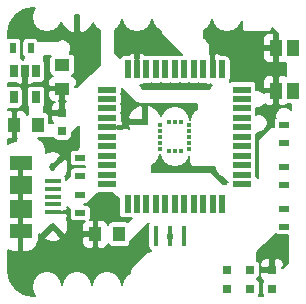
<source format=gbr>
G04 #@! TF.FileFunction,Copper,L1,Top,Signal*
%FSLAX46Y46*%
G04 Gerber Fmt 4.6, Leading zero omitted, Abs format (unit mm)*
G04 Created by KiCad (PCBNEW 4.0.7) date 08/17/18 12:34:18*
%MOMM*%
%LPD*%
G01*
G04 APERTURE LIST*
%ADD10C,0.100000*%
%ADD11R,1.900000X1.500000*%
%ADD12R,1.350000X0.400000*%
%ADD13R,1.900000X1.200000*%
%ADD14R,0.800000X0.800000*%
%ADD15R,0.400000X1.800000*%
%ADD16R,1.050000X1.400000*%
%ADD17R,1.250000X1.000000*%
%ADD18R,0.750000X0.800000*%
%ADD19R,1.000000X1.250000*%
%ADD20R,0.900000X0.500000*%
%ADD21R,0.500000X0.900000*%
%ADD22R,1.500000X0.550000*%
%ADD23R,0.550000X1.500000*%
%ADD24R,0.650000X1.060000*%
%ADD25R,0.450000X0.350000*%
%ADD26R,0.350000X0.450000*%
%ADD27C,0.200000*%
G04 APERTURE END LIST*
D10*
D11*
X143795000Y-103870000D03*
D12*
X146495000Y-102220000D03*
X146495000Y-101570000D03*
X146495000Y-104170000D03*
X146495000Y-103520000D03*
X146495000Y-102870000D03*
D11*
X143795000Y-101870000D03*
D13*
X143795000Y-105770000D03*
X143795000Y-99970000D03*
D14*
X161290000Y-110655000D03*
X161290000Y-109055000D03*
D15*
X157664000Y-106172000D03*
X156464000Y-106172000D03*
X155264000Y-106172000D03*
D16*
X166841000Y-90275000D03*
X166841000Y-93875000D03*
X165416000Y-90275000D03*
X165416000Y-93875000D03*
D17*
X147320000Y-91710000D03*
X147320000Y-93710000D03*
D18*
X147320000Y-95770000D03*
X147320000Y-97270000D03*
D19*
X152130000Y-106045000D03*
X150130000Y-106045000D03*
X145272000Y-96774000D03*
X143272000Y-96774000D03*
D14*
X163195000Y-110655000D03*
X163195000Y-109055000D03*
X165100000Y-110655000D03*
X165100000Y-109055000D03*
D20*
X166116000Y-100342000D03*
X166116000Y-101842000D03*
X166116000Y-103898000D03*
X166116000Y-105398000D03*
X148844000Y-102755000D03*
X148844000Y-104255000D03*
X148844000Y-99580000D03*
X148844000Y-101080000D03*
X166116000Y-98286000D03*
X166116000Y-96786000D03*
D21*
X143141000Y-90297000D03*
X144641000Y-90297000D03*
D22*
X151145000Y-93790000D03*
X151145000Y-94590000D03*
X151145000Y-95390000D03*
X151145000Y-96190000D03*
X151145000Y-96990000D03*
X151145000Y-97790000D03*
X151145000Y-98590000D03*
X151145000Y-99390000D03*
X151145000Y-100190000D03*
X151145000Y-100990000D03*
X151145000Y-101790000D03*
D23*
X152845000Y-103490000D03*
X153645000Y-103490000D03*
X154445000Y-103490000D03*
X155245000Y-103490000D03*
X156045000Y-103490000D03*
X156845000Y-103490000D03*
X157645000Y-103490000D03*
X158445000Y-103490000D03*
X159245000Y-103490000D03*
X160045000Y-103490000D03*
X160845000Y-103490000D03*
D22*
X162545000Y-101790000D03*
X162545000Y-100990000D03*
X162545000Y-100190000D03*
X162545000Y-99390000D03*
X162545000Y-98590000D03*
X162545000Y-97790000D03*
X162545000Y-96990000D03*
X162545000Y-96190000D03*
X162545000Y-95390000D03*
X162545000Y-94590000D03*
X162545000Y-93790000D03*
D23*
X160845000Y-92090000D03*
X160045000Y-92090000D03*
X159245000Y-92090000D03*
X158445000Y-92090000D03*
X157645000Y-92090000D03*
X156845000Y-92090000D03*
X156045000Y-92090000D03*
X155245000Y-92090000D03*
X154445000Y-92090000D03*
X153645000Y-92090000D03*
X152845000Y-92090000D03*
D24*
X145095000Y-92245000D03*
X144145000Y-92245000D03*
X143195000Y-92245000D03*
X143195000Y-94445000D03*
X145095000Y-94445000D03*
D25*
X155620000Y-97790000D03*
X158070000Y-97790000D03*
X155620000Y-97290000D03*
X158070000Y-97290000D03*
X155620000Y-96790000D03*
X158070000Y-96790000D03*
X158070000Y-98790000D03*
X158070000Y-98290000D03*
D26*
X156845000Y-99015000D03*
D25*
X155620000Y-98290000D03*
X155620000Y-98790000D03*
D26*
X157345000Y-99015000D03*
X156345000Y-99015000D03*
X156845000Y-96565000D03*
X157345000Y-96565000D03*
X156345000Y-96565000D03*
D27*
G36*
X165487495Y-106070668D02*
X165666000Y-106106816D01*
X166402600Y-106106816D01*
X166402600Y-108500478D01*
X166002080Y-108900998D01*
X165956002Y-108900998D01*
X166108000Y-108749000D01*
X166108000Y-108534061D01*
X166015437Y-108310595D01*
X165844404Y-108139562D01*
X165620938Y-108047000D01*
X165406000Y-108047000D01*
X165254000Y-108199000D01*
X165254000Y-108901000D01*
X165274000Y-108901000D01*
X165274000Y-109209000D01*
X165254000Y-109209000D01*
X165254000Y-109229000D01*
X164946000Y-109229000D01*
X164946000Y-109209000D01*
X164244000Y-109209000D01*
X164092000Y-109361000D01*
X164092000Y-109575939D01*
X164184563Y-109799405D01*
X164352151Y-109966993D01*
X164277332Y-110076495D01*
X164241184Y-110255000D01*
X164241184Y-111055000D01*
X164272562Y-111221760D01*
X164281082Y-111235000D01*
X164016647Y-111235000D01*
X164017668Y-111233505D01*
X164053816Y-111055000D01*
X164053816Y-110255000D01*
X164022438Y-110088240D01*
X163923883Y-109935081D01*
X163805574Y-109854244D01*
X163914919Y-109783883D01*
X164017668Y-109633505D01*
X164053816Y-109455000D01*
X164053816Y-108655000D01*
X164031060Y-108534061D01*
X164092000Y-108534061D01*
X164092000Y-108749000D01*
X164244000Y-108901000D01*
X164946000Y-108901000D01*
X164946000Y-108199000D01*
X164794000Y-108047000D01*
X164579062Y-108047000D01*
X164355596Y-108139562D01*
X164184563Y-108310595D01*
X164092000Y-108534061D01*
X164031060Y-108534061D01*
X164022438Y-108488240D01*
X163923883Y-108335081D01*
X163848200Y-108283369D01*
X163848200Y-107585564D01*
X165382564Y-106051200D01*
X165459003Y-106051200D01*
X165487495Y-106070668D01*
X165487495Y-106070668D01*
G37*
X165487495Y-106070668D02*
X165666000Y-106106816D01*
X166402600Y-106106816D01*
X166402600Y-108500478D01*
X166002080Y-108900998D01*
X165956002Y-108900998D01*
X166108000Y-108749000D01*
X166108000Y-108534061D01*
X166015437Y-108310595D01*
X165844404Y-108139562D01*
X165620938Y-108047000D01*
X165406000Y-108047000D01*
X165254000Y-108199000D01*
X165254000Y-108901000D01*
X165274000Y-108901000D01*
X165274000Y-109209000D01*
X165254000Y-109209000D01*
X165254000Y-109229000D01*
X164946000Y-109229000D01*
X164946000Y-109209000D01*
X164244000Y-109209000D01*
X164092000Y-109361000D01*
X164092000Y-109575939D01*
X164184563Y-109799405D01*
X164352151Y-109966993D01*
X164277332Y-110076495D01*
X164241184Y-110255000D01*
X164241184Y-111055000D01*
X164272562Y-111221760D01*
X164281082Y-111235000D01*
X164016647Y-111235000D01*
X164017668Y-111233505D01*
X164053816Y-111055000D01*
X164053816Y-110255000D01*
X164022438Y-110088240D01*
X163923883Y-109935081D01*
X163805574Y-109854244D01*
X163914919Y-109783883D01*
X164017668Y-109633505D01*
X164053816Y-109455000D01*
X164053816Y-108655000D01*
X164031060Y-108534061D01*
X164092000Y-108534061D01*
X164092000Y-108749000D01*
X164244000Y-108901000D01*
X164946000Y-108901000D01*
X164946000Y-108199000D01*
X164794000Y-108047000D01*
X164579062Y-108047000D01*
X164355596Y-108139562D01*
X164184563Y-108310595D01*
X164092000Y-108534061D01*
X164031060Y-108534061D01*
X164022438Y-108488240D01*
X163923883Y-108335081D01*
X163848200Y-108283369D01*
X163848200Y-107585564D01*
X165382564Y-106051200D01*
X165459003Y-106051200D01*
X165487495Y-106070668D01*
G36*
X143949000Y-101716000D02*
X143969000Y-101716000D01*
X143969000Y-102024000D01*
X143949000Y-102024000D01*
X143949000Y-103716000D01*
X143969000Y-103716000D01*
X143969000Y-104024000D01*
X143949000Y-104024000D01*
X143949000Y-107578000D01*
X144299000Y-107578000D01*
X144749559Y-107427113D01*
X145108079Y-107115290D01*
X145304302Y-106709535D01*
X145279253Y-106668979D01*
X145353000Y-106490939D01*
X145353000Y-106325479D01*
X145757310Y-106325479D01*
X145825866Y-106552985D01*
X146329509Y-106719002D01*
X146858348Y-106679646D01*
X147164134Y-106552985D01*
X147224999Y-106351000D01*
X149022000Y-106351000D01*
X149022000Y-106790938D01*
X149114562Y-107014404D01*
X149285595Y-107185437D01*
X149509061Y-107278000D01*
X149824000Y-107278000D01*
X149976000Y-107126000D01*
X149976000Y-106199000D01*
X149174000Y-106199000D01*
X149022000Y-106351000D01*
X147224999Y-106351000D01*
X147232690Y-106325479D01*
X146495000Y-105587789D01*
X145757310Y-106325479D01*
X145353000Y-106325479D01*
X145353000Y-106076000D01*
X145317911Y-106040911D01*
X145539521Y-106107690D01*
X146277211Y-105370000D01*
X146263069Y-105355858D01*
X146480858Y-105138069D01*
X146495000Y-105152211D01*
X146509142Y-105138069D01*
X146726931Y-105355858D01*
X146712789Y-105370000D01*
X147450479Y-106107690D01*
X147677985Y-106039134D01*
X147844002Y-105535491D01*
X147804646Y-105006652D01*
X147684133Y-104715709D01*
X147685437Y-104714405D01*
X147778000Y-104490939D01*
X147778000Y-104422000D01*
X147626000Y-104270000D01*
X147189140Y-104270000D01*
X147164134Y-104187015D01*
X147139261Y-104178816D01*
X147170000Y-104178816D01*
X147336760Y-104147438D01*
X147457102Y-104070000D01*
X147626000Y-104070000D01*
X147778000Y-103918000D01*
X147778000Y-103849061D01*
X147742546Y-103763468D01*
X147943418Y-103964340D01*
X147935184Y-104005000D01*
X147935184Y-104505000D01*
X147966562Y-104671760D01*
X148065117Y-104824919D01*
X148215495Y-104927668D01*
X148394000Y-104963816D01*
X149226342Y-104963816D01*
X149114562Y-105075596D01*
X149022000Y-105299062D01*
X149022000Y-105739000D01*
X149174000Y-105891000D01*
X149976000Y-105891000D01*
X149976000Y-104964000D01*
X149824000Y-104812000D01*
X149628871Y-104812000D01*
X149716668Y-104683505D01*
X149752816Y-104505000D01*
X149752816Y-104005000D01*
X149721438Y-103838240D01*
X149622883Y-103685081D01*
X149472505Y-103582332D01*
X149294000Y-103546184D01*
X149229106Y-103546184D01*
X149146738Y-103463816D01*
X149294000Y-103463816D01*
X149460760Y-103432438D01*
X149613919Y-103333883D01*
X149678456Y-103239430D01*
X149765961Y-103180961D01*
X150285961Y-102660961D01*
X150379673Y-102520712D01*
X150395000Y-102523816D01*
X151580835Y-102523816D01*
X151636811Y-102659286D01*
X151847605Y-102870448D01*
X152111184Y-102979896D01*
X152111184Y-104240000D01*
X152142562Y-104406760D01*
X152241117Y-104559919D01*
X152391495Y-104662668D01*
X152570000Y-104698816D01*
X153120000Y-104698816D01*
X153222755Y-104679481D01*
X152865774Y-105036462D01*
X152808505Y-104997332D01*
X152630000Y-104961184D01*
X151630000Y-104961184D01*
X151463240Y-104992562D01*
X151310081Y-105091117D01*
X151211580Y-105235278D01*
X151145438Y-105075596D01*
X150974405Y-104904563D01*
X150750939Y-104812000D01*
X150436000Y-104812000D01*
X150284000Y-104964000D01*
X150284000Y-105891000D01*
X150304000Y-105891000D01*
X150304000Y-106199000D01*
X150284000Y-106199000D01*
X150284000Y-107126000D01*
X150436000Y-107278000D01*
X150750939Y-107278000D01*
X150974405Y-107185437D01*
X151145438Y-107014404D01*
X151212575Y-106852320D01*
X151301117Y-106989919D01*
X151451495Y-107092668D01*
X151630000Y-107128816D01*
X152630000Y-107128816D01*
X152796760Y-107097438D01*
X152949919Y-106998883D01*
X153052668Y-106848505D01*
X153088816Y-106670000D01*
X153088816Y-106609826D01*
X153242882Y-106506882D01*
X154637539Y-105112225D01*
X154605184Y-105272000D01*
X154605184Y-107072000D01*
X154636562Y-107238760D01*
X154735117Y-107391919D01*
X154856125Y-107474600D01*
X154813000Y-107474600D01*
X154582471Y-107520455D01*
X154387039Y-107651039D01*
X153244039Y-108794039D01*
X153113455Y-108989471D01*
X153076360Y-109175961D01*
X153067600Y-109220000D01*
X153067600Y-109333588D01*
X152750761Y-109545292D01*
X152468957Y-109967043D01*
X152400000Y-110313712D01*
X152331043Y-109967043D01*
X152049239Y-109545292D01*
X151627488Y-109263488D01*
X151130000Y-109164531D01*
X150632512Y-109263488D01*
X150210761Y-109545292D01*
X149928957Y-109967043D01*
X149860000Y-110313712D01*
X149791043Y-109967043D01*
X149509239Y-109545292D01*
X149087488Y-109263488D01*
X148590000Y-109164531D01*
X148092512Y-109263488D01*
X147670761Y-109545292D01*
X147388957Y-109967043D01*
X147320000Y-110313712D01*
X147251043Y-109967043D01*
X146969239Y-109545292D01*
X146547488Y-109263488D01*
X146050000Y-109164531D01*
X145552512Y-109263488D01*
X145130761Y-109545292D01*
X144848957Y-109967043D01*
X144750000Y-110464531D01*
X144750000Y-110515469D01*
X144848957Y-111012957D01*
X144997321Y-111235000D01*
X144831706Y-111235000D01*
X144012829Y-111072115D01*
X143362453Y-110637548D01*
X142927885Y-109987171D01*
X142765000Y-109168294D01*
X142765000Y-107361498D01*
X142840441Y-107427113D01*
X143291000Y-107578000D01*
X143641000Y-107578000D01*
X143641000Y-104024000D01*
X143621000Y-104024000D01*
X143621000Y-103716000D01*
X143641000Y-103716000D01*
X143641000Y-102024000D01*
X143621000Y-102024000D01*
X143621000Y-101716000D01*
X143641000Y-101716000D01*
X143641000Y-99796000D01*
X143949000Y-99796000D01*
X143949000Y-101716000D01*
X143949000Y-101716000D01*
G37*
X143949000Y-101716000D02*
X143969000Y-101716000D01*
X143969000Y-102024000D01*
X143949000Y-102024000D01*
X143949000Y-103716000D01*
X143969000Y-103716000D01*
X143969000Y-104024000D01*
X143949000Y-104024000D01*
X143949000Y-107578000D01*
X144299000Y-107578000D01*
X144749559Y-107427113D01*
X145108079Y-107115290D01*
X145304302Y-106709535D01*
X145279253Y-106668979D01*
X145353000Y-106490939D01*
X145353000Y-106325479D01*
X145757310Y-106325479D01*
X145825866Y-106552985D01*
X146329509Y-106719002D01*
X146858348Y-106679646D01*
X147164134Y-106552985D01*
X147224999Y-106351000D01*
X149022000Y-106351000D01*
X149022000Y-106790938D01*
X149114562Y-107014404D01*
X149285595Y-107185437D01*
X149509061Y-107278000D01*
X149824000Y-107278000D01*
X149976000Y-107126000D01*
X149976000Y-106199000D01*
X149174000Y-106199000D01*
X149022000Y-106351000D01*
X147224999Y-106351000D01*
X147232690Y-106325479D01*
X146495000Y-105587789D01*
X145757310Y-106325479D01*
X145353000Y-106325479D01*
X145353000Y-106076000D01*
X145317911Y-106040911D01*
X145539521Y-106107690D01*
X146277211Y-105370000D01*
X146263069Y-105355858D01*
X146480858Y-105138069D01*
X146495000Y-105152211D01*
X146509142Y-105138069D01*
X146726931Y-105355858D01*
X146712789Y-105370000D01*
X147450479Y-106107690D01*
X147677985Y-106039134D01*
X147844002Y-105535491D01*
X147804646Y-105006652D01*
X147684133Y-104715709D01*
X147685437Y-104714405D01*
X147778000Y-104490939D01*
X147778000Y-104422000D01*
X147626000Y-104270000D01*
X147189140Y-104270000D01*
X147164134Y-104187015D01*
X147139261Y-104178816D01*
X147170000Y-104178816D01*
X147336760Y-104147438D01*
X147457102Y-104070000D01*
X147626000Y-104070000D01*
X147778000Y-103918000D01*
X147778000Y-103849061D01*
X147742546Y-103763468D01*
X147943418Y-103964340D01*
X147935184Y-104005000D01*
X147935184Y-104505000D01*
X147966562Y-104671760D01*
X148065117Y-104824919D01*
X148215495Y-104927668D01*
X148394000Y-104963816D01*
X149226342Y-104963816D01*
X149114562Y-105075596D01*
X149022000Y-105299062D01*
X149022000Y-105739000D01*
X149174000Y-105891000D01*
X149976000Y-105891000D01*
X149976000Y-104964000D01*
X149824000Y-104812000D01*
X149628871Y-104812000D01*
X149716668Y-104683505D01*
X149752816Y-104505000D01*
X149752816Y-104005000D01*
X149721438Y-103838240D01*
X149622883Y-103685081D01*
X149472505Y-103582332D01*
X149294000Y-103546184D01*
X149229106Y-103546184D01*
X149146738Y-103463816D01*
X149294000Y-103463816D01*
X149460760Y-103432438D01*
X149613919Y-103333883D01*
X149678456Y-103239430D01*
X149765961Y-103180961D01*
X150285961Y-102660961D01*
X150379673Y-102520712D01*
X150395000Y-102523816D01*
X151580835Y-102523816D01*
X151636811Y-102659286D01*
X151847605Y-102870448D01*
X152111184Y-102979896D01*
X152111184Y-104240000D01*
X152142562Y-104406760D01*
X152241117Y-104559919D01*
X152391495Y-104662668D01*
X152570000Y-104698816D01*
X153120000Y-104698816D01*
X153222755Y-104679481D01*
X152865774Y-105036462D01*
X152808505Y-104997332D01*
X152630000Y-104961184D01*
X151630000Y-104961184D01*
X151463240Y-104992562D01*
X151310081Y-105091117D01*
X151211580Y-105235278D01*
X151145438Y-105075596D01*
X150974405Y-104904563D01*
X150750939Y-104812000D01*
X150436000Y-104812000D01*
X150284000Y-104964000D01*
X150284000Y-105891000D01*
X150304000Y-105891000D01*
X150304000Y-106199000D01*
X150284000Y-106199000D01*
X150284000Y-107126000D01*
X150436000Y-107278000D01*
X150750939Y-107278000D01*
X150974405Y-107185437D01*
X151145438Y-107014404D01*
X151212575Y-106852320D01*
X151301117Y-106989919D01*
X151451495Y-107092668D01*
X151630000Y-107128816D01*
X152630000Y-107128816D01*
X152796760Y-107097438D01*
X152949919Y-106998883D01*
X153052668Y-106848505D01*
X153088816Y-106670000D01*
X153088816Y-106609826D01*
X153242882Y-106506882D01*
X154637539Y-105112225D01*
X154605184Y-105272000D01*
X154605184Y-107072000D01*
X154636562Y-107238760D01*
X154735117Y-107391919D01*
X154856125Y-107474600D01*
X154813000Y-107474600D01*
X154582471Y-107520455D01*
X154387039Y-107651039D01*
X153244039Y-108794039D01*
X153113455Y-108989471D01*
X153076360Y-109175961D01*
X153067600Y-109220000D01*
X153067600Y-109333588D01*
X152750761Y-109545292D01*
X152468957Y-109967043D01*
X152400000Y-110313712D01*
X152331043Y-109967043D01*
X152049239Y-109545292D01*
X151627488Y-109263488D01*
X151130000Y-109164531D01*
X150632512Y-109263488D01*
X150210761Y-109545292D01*
X149928957Y-109967043D01*
X149860000Y-110313712D01*
X149791043Y-109967043D01*
X149509239Y-109545292D01*
X149087488Y-109263488D01*
X148590000Y-109164531D01*
X148092512Y-109263488D01*
X147670761Y-109545292D01*
X147388957Y-109967043D01*
X147320000Y-110313712D01*
X147251043Y-109967043D01*
X146969239Y-109545292D01*
X146547488Y-109263488D01*
X146050000Y-109164531D01*
X145552512Y-109263488D01*
X145130761Y-109545292D01*
X144848957Y-109967043D01*
X144750000Y-110464531D01*
X144750000Y-110515469D01*
X144848957Y-111012957D01*
X144997321Y-111235000D01*
X144831706Y-111235000D01*
X144012829Y-111072115D01*
X143362453Y-110637548D01*
X142927885Y-109987171D01*
X142765000Y-109168294D01*
X142765000Y-107361498D01*
X142840441Y-107427113D01*
X143291000Y-107578000D01*
X143641000Y-107578000D01*
X143641000Y-104024000D01*
X143621000Y-104024000D01*
X143621000Y-103716000D01*
X143641000Y-103716000D01*
X143641000Y-102024000D01*
X143621000Y-102024000D01*
X143621000Y-101716000D01*
X143641000Y-101716000D01*
X143641000Y-99796000D01*
X143949000Y-99796000D01*
X143949000Y-101716000D01*
G36*
X156564000Y-106018000D02*
X156638000Y-106018000D01*
X156638000Y-106326000D01*
X156564000Y-106326000D01*
X156564000Y-106346000D01*
X156364000Y-106346000D01*
X156364000Y-106326000D01*
X156290000Y-106326000D01*
X156290000Y-106018000D01*
X156364000Y-106018000D01*
X156364000Y-105998000D01*
X156564000Y-105998000D01*
X156564000Y-106018000D01*
X156564000Y-106018000D01*
G37*
X156564000Y-106018000D02*
X156638000Y-106018000D01*
X156638000Y-106326000D01*
X156564000Y-106326000D01*
X156564000Y-106346000D01*
X156364000Y-106346000D01*
X156364000Y-106326000D01*
X156290000Y-106326000D01*
X156290000Y-106018000D01*
X156364000Y-106018000D01*
X156364000Y-105998000D01*
X156564000Y-105998000D01*
X156564000Y-106018000D01*
G36*
X155311184Y-103664000D02*
X155178816Y-103664000D01*
X155178816Y-103316000D01*
X155311184Y-103316000D01*
X155311184Y-103664000D01*
X155311184Y-103664000D01*
G37*
X155311184Y-103664000D02*
X155178816Y-103664000D01*
X155178816Y-103316000D01*
X155311184Y-103316000D01*
X155311184Y-103664000D01*
G36*
X162719000Y-101927500D02*
X162699000Y-101927500D01*
X162699000Y-101964000D01*
X162391000Y-101964000D01*
X162391000Y-101927500D01*
X162371000Y-101927500D01*
X162371000Y-101723816D01*
X162719000Y-101723816D01*
X162719000Y-101927500D01*
X162719000Y-101927500D01*
G37*
X162719000Y-101927500D02*
X162699000Y-101927500D01*
X162699000Y-101964000D01*
X162391000Y-101964000D01*
X162391000Y-101927500D01*
X162371000Y-101927500D01*
X162371000Y-101723816D01*
X162719000Y-101723816D01*
X162719000Y-101927500D01*
G36*
X155643957Y-99582957D02*
X155925761Y-100004708D01*
X156347512Y-100286512D01*
X156845000Y-100385469D01*
X157342488Y-100286512D01*
X157764239Y-100004708D01*
X158046043Y-99582957D01*
X158076184Y-99431429D01*
X158076184Y-99910000D01*
X158107562Y-100076760D01*
X158206117Y-100229919D01*
X158356495Y-100332668D01*
X158535000Y-100368816D01*
X160235000Y-100368816D01*
X160286085Y-100359204D01*
X160285870Y-100605530D01*
X160399811Y-100881286D01*
X160610605Y-101092448D01*
X160845023Y-101189787D01*
X161107118Y-101451882D01*
X161201338Y-101514838D01*
X161322498Y-101635998D01*
X161187000Y-101635998D01*
X161187000Y-101759600D01*
X160904522Y-101759600D01*
X160064961Y-100920039D01*
X159869529Y-100789455D01*
X159639000Y-100743600D01*
X154907400Y-100743600D01*
X154907400Y-100216412D01*
X155224239Y-100004708D01*
X155506043Y-99582957D01*
X155575000Y-99236288D01*
X155643957Y-99582957D01*
X155643957Y-99582957D01*
G37*
X155643957Y-99582957D02*
X155925761Y-100004708D01*
X156347512Y-100286512D01*
X156845000Y-100385469D01*
X157342488Y-100286512D01*
X157764239Y-100004708D01*
X158046043Y-99582957D01*
X158076184Y-99431429D01*
X158076184Y-99910000D01*
X158107562Y-100076760D01*
X158206117Y-100229919D01*
X158356495Y-100332668D01*
X158535000Y-100368816D01*
X160235000Y-100368816D01*
X160286085Y-100359204D01*
X160285870Y-100605530D01*
X160399811Y-100881286D01*
X160610605Y-101092448D01*
X160845023Y-101189787D01*
X161107118Y-101451882D01*
X161201338Y-101514838D01*
X161322498Y-101635998D01*
X161187000Y-101635998D01*
X161187000Y-101759600D01*
X160904522Y-101759600D01*
X160064961Y-100920039D01*
X159869529Y-100789455D01*
X159639000Y-100743600D01*
X154907400Y-100743600D01*
X154907400Y-100216412D01*
X155224239Y-100004708D01*
X155506043Y-99582957D01*
X155575000Y-99236288D01*
X155643957Y-99582957D01*
G36*
X148749600Y-98683478D02*
X148561894Y-98871184D01*
X148394000Y-98871184D01*
X148227240Y-98902562D01*
X148074081Y-99001117D01*
X147971332Y-99151495D01*
X147935184Y-99330000D01*
X147935184Y-99830000D01*
X147966562Y-99996760D01*
X148065117Y-100149919D01*
X148215495Y-100252668D01*
X148394000Y-100288816D01*
X149257600Y-100288816D01*
X149257600Y-100371184D01*
X148394000Y-100371184D01*
X148227240Y-100402562D01*
X148074081Y-100501117D01*
X147971332Y-100651495D01*
X147935184Y-100830000D01*
X147935184Y-101136894D01*
X147628816Y-101443262D01*
X147628816Y-101370000D01*
X147597438Y-101203240D01*
X147522071Y-101086117D01*
X147677985Y-101039134D01*
X147844002Y-100535491D01*
X147804646Y-100006652D01*
X147677985Y-99700866D01*
X147450479Y-99632310D01*
X146712789Y-100370000D01*
X146726931Y-100384142D01*
X146509142Y-100601931D01*
X146495000Y-100587789D01*
X146480858Y-100601931D01*
X146263069Y-100384142D01*
X146277211Y-100370000D01*
X146263069Y-100355858D01*
X146480858Y-100138069D01*
X146495000Y-100152211D01*
X147232690Y-99414521D01*
X147164134Y-99187015D01*
X146660491Y-99020998D01*
X146131652Y-99060354D01*
X145941200Y-99139242D01*
X145941200Y-98806000D01*
X145891478Y-98556031D01*
X145749882Y-98344118D01*
X145263580Y-97857816D01*
X145383591Y-97857816D01*
X145407031Y-97873478D01*
X145657000Y-97923200D01*
X146573185Y-97923200D01*
X146616117Y-97989919D01*
X146766495Y-98092668D01*
X146945000Y-98128816D01*
X147695000Y-98128816D01*
X147861760Y-98097438D01*
X148014919Y-97998883D01*
X148117668Y-97848505D01*
X148153816Y-97670000D01*
X148153816Y-97498948D01*
X148749600Y-96903164D01*
X148749600Y-98683478D01*
X148749600Y-98683478D01*
G37*
X148749600Y-98683478D02*
X148561894Y-98871184D01*
X148394000Y-98871184D01*
X148227240Y-98902562D01*
X148074081Y-99001117D01*
X147971332Y-99151495D01*
X147935184Y-99330000D01*
X147935184Y-99830000D01*
X147966562Y-99996760D01*
X148065117Y-100149919D01*
X148215495Y-100252668D01*
X148394000Y-100288816D01*
X149257600Y-100288816D01*
X149257600Y-100371184D01*
X148394000Y-100371184D01*
X148227240Y-100402562D01*
X148074081Y-100501117D01*
X147971332Y-100651495D01*
X147935184Y-100830000D01*
X147935184Y-101136894D01*
X147628816Y-101443262D01*
X147628816Y-101370000D01*
X147597438Y-101203240D01*
X147522071Y-101086117D01*
X147677985Y-101039134D01*
X147844002Y-100535491D01*
X147804646Y-100006652D01*
X147677985Y-99700866D01*
X147450479Y-99632310D01*
X146712789Y-100370000D01*
X146726931Y-100384142D01*
X146509142Y-100601931D01*
X146495000Y-100587789D01*
X146480858Y-100601931D01*
X146263069Y-100384142D01*
X146277211Y-100370000D01*
X146263069Y-100355858D01*
X146480858Y-100138069D01*
X146495000Y-100152211D01*
X147232690Y-99414521D01*
X147164134Y-99187015D01*
X146660491Y-99020998D01*
X146131652Y-99060354D01*
X145941200Y-99139242D01*
X145941200Y-98806000D01*
X145891478Y-98556031D01*
X145749882Y-98344118D01*
X145263580Y-97857816D01*
X145383591Y-97857816D01*
X145407031Y-97873478D01*
X145657000Y-97923200D01*
X146573185Y-97923200D01*
X146616117Y-97989919D01*
X146766495Y-98092668D01*
X146945000Y-98128816D01*
X147695000Y-98128816D01*
X147861760Y-98097438D01*
X148014919Y-97998883D01*
X148117668Y-97848505D01*
X148153816Y-97670000D01*
X148153816Y-97498948D01*
X148749600Y-96903164D01*
X148749600Y-98683478D01*
G36*
X160088957Y-88152957D02*
X160370761Y-88574708D01*
X160792512Y-88856512D01*
X161290000Y-88955469D01*
X161787488Y-88856512D01*
X162209239Y-88574708D01*
X162491043Y-88152957D01*
X162521184Y-88001429D01*
X162521184Y-88480000D01*
X162552562Y-88646760D01*
X162651117Y-88799919D01*
X162801495Y-88902668D01*
X162980000Y-88938816D01*
X164680000Y-88938816D01*
X164846760Y-88907438D01*
X164999919Y-88808883D01*
X165102668Y-88658505D01*
X165110569Y-88619491D01*
X165590039Y-89098961D01*
X165570000Y-89119000D01*
X165570000Y-90121000D01*
X165590000Y-90121000D01*
X165590000Y-90429000D01*
X165570000Y-90429000D01*
X165570000Y-91431000D01*
X165722000Y-91583000D01*
X166061938Y-91583000D01*
X166238600Y-91509825D01*
X166238600Y-92640175D01*
X166061938Y-92567000D01*
X165722000Y-92567000D01*
X165570000Y-92719000D01*
X165570000Y-93721000D01*
X165590000Y-93721000D01*
X165590000Y-94029000D01*
X165570000Y-94029000D01*
X165570000Y-95031000D01*
X165722000Y-95183000D01*
X166061938Y-95183000D01*
X166285404Y-95090438D01*
X166342026Y-95033816D01*
X166591894Y-95033816D01*
X166656600Y-95098522D01*
X166656600Y-95491958D01*
X166541395Y-95376552D01*
X166265839Y-95262131D01*
X165967470Y-95261870D01*
X165691714Y-95375811D01*
X165480552Y-95586605D01*
X165366131Y-95862161D01*
X165365870Y-96160530D01*
X165376920Y-96187273D01*
X165346081Y-96207117D01*
X165243332Y-96357495D01*
X165207184Y-96536000D01*
X165207184Y-96937542D01*
X164996471Y-96979455D01*
X164801039Y-97110039D01*
X164039039Y-97872039D01*
X163908455Y-98067471D01*
X163887862Y-98171000D01*
X163862600Y-98298000D01*
X163862600Y-101296527D01*
X163810438Y-101170596D01*
X163753816Y-101113974D01*
X163753816Y-100715000D01*
X163729432Y-100585411D01*
X163753816Y-100465000D01*
X163753816Y-99915000D01*
X163729432Y-99785411D01*
X163753816Y-99665000D01*
X163753816Y-99115000D01*
X163729432Y-98985411D01*
X163753816Y-98865000D01*
X163753816Y-98315000D01*
X163729432Y-98185411D01*
X163753816Y-98065000D01*
X163753816Y-97564589D01*
X163844529Y-97546545D01*
X164039961Y-97415961D01*
X164058833Y-97397089D01*
X164105530Y-97397130D01*
X164381286Y-97283189D01*
X164592448Y-97072395D01*
X164706869Y-96796839D01*
X164707130Y-96498470D01*
X164593189Y-96222714D01*
X164382395Y-96011552D01*
X164106839Y-95897131D01*
X163808470Y-95896870D01*
X163753816Y-95919453D01*
X163753816Y-95915000D01*
X163729432Y-95785411D01*
X163753816Y-95665000D01*
X163753816Y-95364933D01*
X163978530Y-95365130D01*
X164254286Y-95251189D01*
X164465448Y-95040395D01*
X164474574Y-95018416D01*
X164546596Y-95090438D01*
X164770062Y-95183000D01*
X165110000Y-95183000D01*
X165262000Y-95031000D01*
X165262000Y-94029000D01*
X164435000Y-94029000D01*
X164369822Y-94094178D01*
X164255395Y-93979552D01*
X163979839Y-93865131D01*
X163753816Y-93864933D01*
X163753816Y-93515000D01*
X163722438Y-93348240D01*
X163623883Y-93195081D01*
X163473505Y-93092332D01*
X163295000Y-93056184D01*
X161795000Y-93056184D01*
X161628240Y-93087562D01*
X161551722Y-93136800D01*
X161498200Y-93136800D01*
X161498200Y-93083586D01*
X161518373Y-93054061D01*
X164283000Y-93054061D01*
X164283000Y-93569000D01*
X164435000Y-93721000D01*
X165262000Y-93721000D01*
X165262000Y-92719000D01*
X165110000Y-92567000D01*
X164770062Y-92567000D01*
X164546596Y-92659562D01*
X164375563Y-92830595D01*
X164283000Y-93054061D01*
X161518373Y-93054061D01*
X161542668Y-93018505D01*
X161578816Y-92840000D01*
X161578816Y-91340000D01*
X161547438Y-91173240D01*
X161448883Y-91020081D01*
X161298505Y-90917332D01*
X161120000Y-90881184D01*
X160721026Y-90881184D01*
X160664404Y-90824562D01*
X160440938Y-90732000D01*
X160334500Y-90732000D01*
X160182500Y-90884000D01*
X160182500Y-91110025D01*
X160147332Y-91161495D01*
X160111184Y-91340000D01*
X160111184Y-92264000D01*
X159978816Y-92264000D01*
X159978816Y-91340000D01*
X159947438Y-91173240D01*
X159907500Y-91111175D01*
X159907500Y-90884000D01*
X159847400Y-90823900D01*
X159847400Y-90581000D01*
X164283000Y-90581000D01*
X164283000Y-91095939D01*
X164375563Y-91319405D01*
X164546596Y-91490438D01*
X164770062Y-91583000D01*
X165110000Y-91583000D01*
X165262000Y-91431000D01*
X165262000Y-90429000D01*
X164435000Y-90429000D01*
X164283000Y-90581000D01*
X159847400Y-90581000D01*
X159847400Y-90157000D01*
X159825017Y-90044472D01*
X159801545Y-89926471D01*
X159670961Y-89731039D01*
X159393983Y-89454061D01*
X164283000Y-89454061D01*
X164283000Y-89969000D01*
X164435000Y-90121000D01*
X165262000Y-90121000D01*
X165262000Y-89119000D01*
X165110000Y-88967000D01*
X164770062Y-88967000D01*
X164546596Y-89059562D01*
X164375563Y-89230595D01*
X164283000Y-89454061D01*
X159393983Y-89454061D01*
X159352400Y-89412478D01*
X159352400Y-88786412D01*
X159669239Y-88574708D01*
X159951043Y-88152957D01*
X160020000Y-87806288D01*
X160088957Y-88152957D01*
X160088957Y-88152957D01*
G37*
X160088957Y-88152957D02*
X160370761Y-88574708D01*
X160792512Y-88856512D01*
X161290000Y-88955469D01*
X161787488Y-88856512D01*
X162209239Y-88574708D01*
X162491043Y-88152957D01*
X162521184Y-88001429D01*
X162521184Y-88480000D01*
X162552562Y-88646760D01*
X162651117Y-88799919D01*
X162801495Y-88902668D01*
X162980000Y-88938816D01*
X164680000Y-88938816D01*
X164846760Y-88907438D01*
X164999919Y-88808883D01*
X165102668Y-88658505D01*
X165110569Y-88619491D01*
X165590039Y-89098961D01*
X165570000Y-89119000D01*
X165570000Y-90121000D01*
X165590000Y-90121000D01*
X165590000Y-90429000D01*
X165570000Y-90429000D01*
X165570000Y-91431000D01*
X165722000Y-91583000D01*
X166061938Y-91583000D01*
X166238600Y-91509825D01*
X166238600Y-92640175D01*
X166061938Y-92567000D01*
X165722000Y-92567000D01*
X165570000Y-92719000D01*
X165570000Y-93721000D01*
X165590000Y-93721000D01*
X165590000Y-94029000D01*
X165570000Y-94029000D01*
X165570000Y-95031000D01*
X165722000Y-95183000D01*
X166061938Y-95183000D01*
X166285404Y-95090438D01*
X166342026Y-95033816D01*
X166591894Y-95033816D01*
X166656600Y-95098522D01*
X166656600Y-95491958D01*
X166541395Y-95376552D01*
X166265839Y-95262131D01*
X165967470Y-95261870D01*
X165691714Y-95375811D01*
X165480552Y-95586605D01*
X165366131Y-95862161D01*
X165365870Y-96160530D01*
X165376920Y-96187273D01*
X165346081Y-96207117D01*
X165243332Y-96357495D01*
X165207184Y-96536000D01*
X165207184Y-96937542D01*
X164996471Y-96979455D01*
X164801039Y-97110039D01*
X164039039Y-97872039D01*
X163908455Y-98067471D01*
X163887862Y-98171000D01*
X163862600Y-98298000D01*
X163862600Y-101296527D01*
X163810438Y-101170596D01*
X163753816Y-101113974D01*
X163753816Y-100715000D01*
X163729432Y-100585411D01*
X163753816Y-100465000D01*
X163753816Y-99915000D01*
X163729432Y-99785411D01*
X163753816Y-99665000D01*
X163753816Y-99115000D01*
X163729432Y-98985411D01*
X163753816Y-98865000D01*
X163753816Y-98315000D01*
X163729432Y-98185411D01*
X163753816Y-98065000D01*
X163753816Y-97564589D01*
X163844529Y-97546545D01*
X164039961Y-97415961D01*
X164058833Y-97397089D01*
X164105530Y-97397130D01*
X164381286Y-97283189D01*
X164592448Y-97072395D01*
X164706869Y-96796839D01*
X164707130Y-96498470D01*
X164593189Y-96222714D01*
X164382395Y-96011552D01*
X164106839Y-95897131D01*
X163808470Y-95896870D01*
X163753816Y-95919453D01*
X163753816Y-95915000D01*
X163729432Y-95785411D01*
X163753816Y-95665000D01*
X163753816Y-95364933D01*
X163978530Y-95365130D01*
X164254286Y-95251189D01*
X164465448Y-95040395D01*
X164474574Y-95018416D01*
X164546596Y-95090438D01*
X164770062Y-95183000D01*
X165110000Y-95183000D01*
X165262000Y-95031000D01*
X165262000Y-94029000D01*
X164435000Y-94029000D01*
X164369822Y-94094178D01*
X164255395Y-93979552D01*
X163979839Y-93865131D01*
X163753816Y-93864933D01*
X163753816Y-93515000D01*
X163722438Y-93348240D01*
X163623883Y-93195081D01*
X163473505Y-93092332D01*
X163295000Y-93056184D01*
X161795000Y-93056184D01*
X161628240Y-93087562D01*
X161551722Y-93136800D01*
X161498200Y-93136800D01*
X161498200Y-93083586D01*
X161518373Y-93054061D01*
X164283000Y-93054061D01*
X164283000Y-93569000D01*
X164435000Y-93721000D01*
X165262000Y-93721000D01*
X165262000Y-92719000D01*
X165110000Y-92567000D01*
X164770062Y-92567000D01*
X164546596Y-92659562D01*
X164375563Y-92830595D01*
X164283000Y-93054061D01*
X161518373Y-93054061D01*
X161542668Y-93018505D01*
X161578816Y-92840000D01*
X161578816Y-91340000D01*
X161547438Y-91173240D01*
X161448883Y-91020081D01*
X161298505Y-90917332D01*
X161120000Y-90881184D01*
X160721026Y-90881184D01*
X160664404Y-90824562D01*
X160440938Y-90732000D01*
X160334500Y-90732000D01*
X160182500Y-90884000D01*
X160182500Y-91110025D01*
X160147332Y-91161495D01*
X160111184Y-91340000D01*
X160111184Y-92264000D01*
X159978816Y-92264000D01*
X159978816Y-91340000D01*
X159947438Y-91173240D01*
X159907500Y-91111175D01*
X159907500Y-90884000D01*
X159847400Y-90823900D01*
X159847400Y-90581000D01*
X164283000Y-90581000D01*
X164283000Y-91095939D01*
X164375563Y-91319405D01*
X164546596Y-91490438D01*
X164770062Y-91583000D01*
X165110000Y-91583000D01*
X165262000Y-91431000D01*
X165262000Y-90429000D01*
X164435000Y-90429000D01*
X164283000Y-90581000D01*
X159847400Y-90581000D01*
X159847400Y-90157000D01*
X159825017Y-90044472D01*
X159801545Y-89926471D01*
X159670961Y-89731039D01*
X159393983Y-89454061D01*
X164283000Y-89454061D01*
X164283000Y-89969000D01*
X164435000Y-90121000D01*
X165262000Y-90121000D01*
X165262000Y-89119000D01*
X165110000Y-88967000D01*
X164770062Y-88967000D01*
X164546596Y-89059562D01*
X164375563Y-89230595D01*
X164283000Y-89454061D01*
X159393983Y-89454061D01*
X159352400Y-89412478D01*
X159352400Y-88786412D01*
X159669239Y-88574708D01*
X159951043Y-88152957D01*
X160020000Y-87806288D01*
X160088957Y-88152957D01*
G36*
X146272332Y-91031495D02*
X146236184Y-91210000D01*
X146236184Y-92210000D01*
X146267562Y-92376760D01*
X146366117Y-92529919D01*
X146510278Y-92628420D01*
X146350596Y-92694562D01*
X146179563Y-92865595D01*
X146087000Y-93089061D01*
X146087000Y-93404000D01*
X146239000Y-93556000D01*
X147166000Y-93556000D01*
X147166000Y-93536000D01*
X147474000Y-93536000D01*
X147474000Y-93556000D01*
X147494000Y-93556000D01*
X147494000Y-93864000D01*
X147474000Y-93864000D01*
X147474000Y-94666000D01*
X147598000Y-94790000D01*
X147474000Y-94914000D01*
X147474000Y-95616000D01*
X147494000Y-95616000D01*
X147494000Y-95924000D01*
X147474000Y-95924000D01*
X147474000Y-95944000D01*
X147166000Y-95944000D01*
X147166000Y-95924000D01*
X146489000Y-95924000D01*
X146337000Y-96076000D01*
X146337000Y-96290939D01*
X146429563Y-96514405D01*
X146531958Y-96616800D01*
X146230816Y-96616800D01*
X146230816Y-96149000D01*
X146199438Y-95982240D01*
X146100883Y-95829081D01*
X145950505Y-95726332D01*
X145772000Y-95690184D01*
X145748200Y-95690184D01*
X145748200Y-95291763D01*
X145842668Y-95153505D01*
X145878816Y-94975000D01*
X145878816Y-94016000D01*
X146087000Y-94016000D01*
X146087000Y-94330939D01*
X146179563Y-94554405D01*
X146350596Y-94725438D01*
X146574062Y-94818000D01*
X146688865Y-94818000D01*
X146600596Y-94854562D01*
X146429563Y-95025595D01*
X146337000Y-95249061D01*
X146337000Y-95464000D01*
X146489000Y-95616000D01*
X147166000Y-95616000D01*
X147166000Y-94914000D01*
X147042000Y-94790000D01*
X147166000Y-94666000D01*
X147166000Y-93864000D01*
X146239000Y-93864000D01*
X146087000Y-94016000D01*
X145878816Y-94016000D01*
X145878816Y-93915000D01*
X145847438Y-93748240D01*
X145748883Y-93595081D01*
X145598505Y-93492332D01*
X145420000Y-93456184D01*
X144770000Y-93456184D01*
X144603240Y-93487562D01*
X144450081Y-93586117D01*
X144347332Y-93736495D01*
X144311184Y-93915000D01*
X144311184Y-94975000D01*
X144342562Y-95141760D01*
X144441117Y-95294919D01*
X144441800Y-95295386D01*
X144441800Y-95835164D01*
X144353580Y-95964278D01*
X144287438Y-95804596D01*
X144116405Y-95633563D01*
X143892939Y-95541000D01*
X143578000Y-95541000D01*
X143426000Y-95693000D01*
X143426000Y-96620000D01*
X143446000Y-96620000D01*
X143446000Y-96928000D01*
X143426000Y-96928000D01*
X143426000Y-97855000D01*
X143452940Y-97881940D01*
X143395131Y-98021161D01*
X143395008Y-98162000D01*
X143291000Y-98162000D01*
X142840441Y-98312887D01*
X142765000Y-98378502D01*
X142765000Y-98007000D01*
X142966000Y-98007000D01*
X143118000Y-97855000D01*
X143118000Y-96928000D01*
X143098000Y-96928000D01*
X143098000Y-96620000D01*
X143118000Y-96620000D01*
X143118000Y-95693000D01*
X142966000Y-95541000D01*
X142765000Y-95541000D01*
X142765000Y-95412553D01*
X142870000Y-95433816D01*
X143520000Y-95433816D01*
X143686760Y-95402438D01*
X143839919Y-95303883D01*
X143942668Y-95153505D01*
X143978816Y-94975000D01*
X143978816Y-93915000D01*
X143947438Y-93748240D01*
X143848883Y-93595081D01*
X143698505Y-93492332D01*
X143520000Y-93456184D01*
X142870000Y-93456184D01*
X142765000Y-93475941D01*
X142765000Y-93212553D01*
X142870000Y-93233816D01*
X143418974Y-93233816D01*
X143475596Y-93290438D01*
X143699062Y-93383000D01*
X143839000Y-93383000D01*
X143991000Y-93231000D01*
X143991000Y-92399000D01*
X143978816Y-92399000D01*
X143978816Y-92091000D01*
X143991000Y-92091000D01*
X143991000Y-92071000D01*
X144299000Y-92071000D01*
X144299000Y-92091000D01*
X144311184Y-92091000D01*
X144311184Y-92399000D01*
X144299000Y-92399000D01*
X144299000Y-93231000D01*
X144451000Y-93383000D01*
X144590938Y-93383000D01*
X144814404Y-93290438D01*
X144871026Y-93233816D01*
X145420000Y-93233816D01*
X145586760Y-93202438D01*
X145739919Y-93103883D01*
X145842668Y-92953505D01*
X145878816Y-92775000D01*
X145878816Y-91715000D01*
X145847438Y-91548240D01*
X145748883Y-91395081D01*
X145748200Y-91394614D01*
X145748200Y-90950200D01*
X146327879Y-90950200D01*
X146272332Y-91031495D01*
X146272332Y-91031495D01*
G37*
X146272332Y-91031495D02*
X146236184Y-91210000D01*
X146236184Y-92210000D01*
X146267562Y-92376760D01*
X146366117Y-92529919D01*
X146510278Y-92628420D01*
X146350596Y-92694562D01*
X146179563Y-92865595D01*
X146087000Y-93089061D01*
X146087000Y-93404000D01*
X146239000Y-93556000D01*
X147166000Y-93556000D01*
X147166000Y-93536000D01*
X147474000Y-93536000D01*
X147474000Y-93556000D01*
X147494000Y-93556000D01*
X147494000Y-93864000D01*
X147474000Y-93864000D01*
X147474000Y-94666000D01*
X147598000Y-94790000D01*
X147474000Y-94914000D01*
X147474000Y-95616000D01*
X147494000Y-95616000D01*
X147494000Y-95924000D01*
X147474000Y-95924000D01*
X147474000Y-95944000D01*
X147166000Y-95944000D01*
X147166000Y-95924000D01*
X146489000Y-95924000D01*
X146337000Y-96076000D01*
X146337000Y-96290939D01*
X146429563Y-96514405D01*
X146531958Y-96616800D01*
X146230816Y-96616800D01*
X146230816Y-96149000D01*
X146199438Y-95982240D01*
X146100883Y-95829081D01*
X145950505Y-95726332D01*
X145772000Y-95690184D01*
X145748200Y-95690184D01*
X145748200Y-95291763D01*
X145842668Y-95153505D01*
X145878816Y-94975000D01*
X145878816Y-94016000D01*
X146087000Y-94016000D01*
X146087000Y-94330939D01*
X146179563Y-94554405D01*
X146350596Y-94725438D01*
X146574062Y-94818000D01*
X146688865Y-94818000D01*
X146600596Y-94854562D01*
X146429563Y-95025595D01*
X146337000Y-95249061D01*
X146337000Y-95464000D01*
X146489000Y-95616000D01*
X147166000Y-95616000D01*
X147166000Y-94914000D01*
X147042000Y-94790000D01*
X147166000Y-94666000D01*
X147166000Y-93864000D01*
X146239000Y-93864000D01*
X146087000Y-94016000D01*
X145878816Y-94016000D01*
X145878816Y-93915000D01*
X145847438Y-93748240D01*
X145748883Y-93595081D01*
X145598505Y-93492332D01*
X145420000Y-93456184D01*
X144770000Y-93456184D01*
X144603240Y-93487562D01*
X144450081Y-93586117D01*
X144347332Y-93736495D01*
X144311184Y-93915000D01*
X144311184Y-94975000D01*
X144342562Y-95141760D01*
X144441117Y-95294919D01*
X144441800Y-95295386D01*
X144441800Y-95835164D01*
X144353580Y-95964278D01*
X144287438Y-95804596D01*
X144116405Y-95633563D01*
X143892939Y-95541000D01*
X143578000Y-95541000D01*
X143426000Y-95693000D01*
X143426000Y-96620000D01*
X143446000Y-96620000D01*
X143446000Y-96928000D01*
X143426000Y-96928000D01*
X143426000Y-97855000D01*
X143452940Y-97881940D01*
X143395131Y-98021161D01*
X143395008Y-98162000D01*
X143291000Y-98162000D01*
X142840441Y-98312887D01*
X142765000Y-98378502D01*
X142765000Y-98007000D01*
X142966000Y-98007000D01*
X143118000Y-97855000D01*
X143118000Y-96928000D01*
X143098000Y-96928000D01*
X143098000Y-96620000D01*
X143118000Y-96620000D01*
X143118000Y-95693000D01*
X142966000Y-95541000D01*
X142765000Y-95541000D01*
X142765000Y-95412553D01*
X142870000Y-95433816D01*
X143520000Y-95433816D01*
X143686760Y-95402438D01*
X143839919Y-95303883D01*
X143942668Y-95153505D01*
X143978816Y-94975000D01*
X143978816Y-93915000D01*
X143947438Y-93748240D01*
X143848883Y-93595081D01*
X143698505Y-93492332D01*
X143520000Y-93456184D01*
X142870000Y-93456184D01*
X142765000Y-93475941D01*
X142765000Y-93212553D01*
X142870000Y-93233816D01*
X143418974Y-93233816D01*
X143475596Y-93290438D01*
X143699062Y-93383000D01*
X143839000Y-93383000D01*
X143991000Y-93231000D01*
X143991000Y-92399000D01*
X143978816Y-92399000D01*
X143978816Y-92091000D01*
X143991000Y-92091000D01*
X143991000Y-92071000D01*
X144299000Y-92071000D01*
X144299000Y-92091000D01*
X144311184Y-92091000D01*
X144311184Y-92399000D01*
X144299000Y-92399000D01*
X144299000Y-93231000D01*
X144451000Y-93383000D01*
X144590938Y-93383000D01*
X144814404Y-93290438D01*
X144871026Y-93233816D01*
X145420000Y-93233816D01*
X145586760Y-93202438D01*
X145739919Y-93103883D01*
X145842668Y-92953505D01*
X145878816Y-92775000D01*
X145878816Y-91715000D01*
X145847438Y-91548240D01*
X145748883Y-91395081D01*
X145748200Y-91394614D01*
X145748200Y-90950200D01*
X146327879Y-90950200D01*
X146272332Y-91031495D01*
G36*
X152383118Y-93743882D02*
X153462118Y-94822882D01*
X153674031Y-94964478D01*
X153924000Y-95014200D01*
X158731800Y-95014200D01*
X158731800Y-95397531D01*
X158465761Y-95575292D01*
X158183957Y-95997043D01*
X158115000Y-96343712D01*
X158046043Y-95997043D01*
X157764239Y-95575292D01*
X157342488Y-95293488D01*
X156845000Y-95194531D01*
X156347512Y-95293488D01*
X155925761Y-95575292D01*
X155643957Y-95997043D01*
X155643304Y-96000323D01*
X155460741Y-95631146D01*
X155032616Y-95256523D01*
X154683910Y-95112097D01*
X154459000Y-95223111D01*
X154459000Y-96366000D01*
X154479000Y-96366000D01*
X154479000Y-96674000D01*
X154459000Y-96674000D01*
X154459000Y-96694000D01*
X154151000Y-96694000D01*
X154151000Y-96674000D01*
X153007144Y-96674000D01*
X152897085Y-96898911D01*
X153009061Y-97125347D01*
X152803839Y-97040131D01*
X152505470Y-97039870D01*
X152293391Y-97127500D01*
X152124975Y-97127500D01*
X152073505Y-97092332D01*
X151895000Y-97056184D01*
X150971000Y-97056184D01*
X150971000Y-96923816D01*
X151895000Y-96923816D01*
X152061760Y-96892438D01*
X152123825Y-96852500D01*
X152351000Y-96852500D01*
X152503000Y-96700500D01*
X152503000Y-96594062D01*
X152410438Y-96370596D01*
X152353816Y-96313974D01*
X152353816Y-96141089D01*
X152897085Y-96141089D01*
X153007144Y-96366000D01*
X154151000Y-96366000D01*
X154151000Y-95223111D01*
X153926090Y-95112097D01*
X153577384Y-95256523D01*
X153149259Y-95631146D01*
X152897085Y-96141089D01*
X152353816Y-96141089D01*
X152353816Y-95915000D01*
X152329432Y-95785411D01*
X152353816Y-95665000D01*
X152353816Y-95115000D01*
X152329432Y-94985411D01*
X152353816Y-94865000D01*
X152353816Y-94315000D01*
X152329432Y-94185411D01*
X152353816Y-94065000D01*
X152353816Y-93700029D01*
X152383118Y-93743882D01*
X152383118Y-93743882D01*
G37*
X152383118Y-93743882D02*
X153462118Y-94822882D01*
X153674031Y-94964478D01*
X153924000Y-95014200D01*
X158731800Y-95014200D01*
X158731800Y-95397531D01*
X158465761Y-95575292D01*
X158183957Y-95997043D01*
X158115000Y-96343712D01*
X158046043Y-95997043D01*
X157764239Y-95575292D01*
X157342488Y-95293488D01*
X156845000Y-95194531D01*
X156347512Y-95293488D01*
X155925761Y-95575292D01*
X155643957Y-95997043D01*
X155643304Y-96000323D01*
X155460741Y-95631146D01*
X155032616Y-95256523D01*
X154683910Y-95112097D01*
X154459000Y-95223111D01*
X154459000Y-96366000D01*
X154479000Y-96366000D01*
X154479000Y-96674000D01*
X154459000Y-96674000D01*
X154459000Y-96694000D01*
X154151000Y-96694000D01*
X154151000Y-96674000D01*
X153007144Y-96674000D01*
X152897085Y-96898911D01*
X153009061Y-97125347D01*
X152803839Y-97040131D01*
X152505470Y-97039870D01*
X152293391Y-97127500D01*
X152124975Y-97127500D01*
X152073505Y-97092332D01*
X151895000Y-97056184D01*
X150971000Y-97056184D01*
X150971000Y-96923816D01*
X151895000Y-96923816D01*
X152061760Y-96892438D01*
X152123825Y-96852500D01*
X152351000Y-96852500D01*
X152503000Y-96700500D01*
X152503000Y-96594062D01*
X152410438Y-96370596D01*
X152353816Y-96313974D01*
X152353816Y-96141089D01*
X152897085Y-96141089D01*
X153007144Y-96366000D01*
X154151000Y-96366000D01*
X154151000Y-95223111D01*
X153926090Y-95112097D01*
X153577384Y-95256523D01*
X153149259Y-95631146D01*
X152897085Y-96141089D01*
X152353816Y-96141089D01*
X152353816Y-95915000D01*
X152329432Y-95785411D01*
X152353816Y-95665000D01*
X152353816Y-95115000D01*
X152329432Y-94985411D01*
X152353816Y-94865000D01*
X152353816Y-94315000D01*
X152329432Y-94185411D01*
X152353816Y-94065000D01*
X152353816Y-93700029D01*
X152383118Y-93743882D01*
G36*
X158970000Y-93298816D02*
X159368974Y-93298816D01*
X159425596Y-93355438D01*
X159649062Y-93448000D01*
X159755500Y-93448000D01*
X159890998Y-93312502D01*
X159890998Y-93448000D01*
X160009236Y-93448000D01*
X159749436Y-93707800D01*
X154194564Y-93707800D01*
X153934764Y-93448000D01*
X154040938Y-93448000D01*
X154264404Y-93355438D01*
X154321026Y-93298816D01*
X154720000Y-93298816D01*
X154849589Y-93274432D01*
X154970000Y-93298816D01*
X155520000Y-93298816D01*
X155649589Y-93274432D01*
X155770000Y-93298816D01*
X156320000Y-93298816D01*
X156449589Y-93274432D01*
X156570000Y-93298816D01*
X157120000Y-93298816D01*
X157249589Y-93274432D01*
X157370000Y-93298816D01*
X157920000Y-93298816D01*
X158049589Y-93274432D01*
X158170000Y-93298816D01*
X158720000Y-93298816D01*
X158849589Y-93274432D01*
X158970000Y-93298816D01*
X158970000Y-93298816D01*
G37*
X158970000Y-93298816D02*
X159368974Y-93298816D01*
X159425596Y-93355438D01*
X159649062Y-93448000D01*
X159755500Y-93448000D01*
X159890998Y-93312502D01*
X159890998Y-93448000D01*
X160009236Y-93448000D01*
X159749436Y-93707800D01*
X154194564Y-93707800D01*
X153934764Y-93448000D01*
X154040938Y-93448000D01*
X154264404Y-93355438D01*
X154321026Y-93298816D01*
X154720000Y-93298816D01*
X154849589Y-93274432D01*
X154970000Y-93298816D01*
X155520000Y-93298816D01*
X155649589Y-93274432D01*
X155770000Y-93298816D01*
X156320000Y-93298816D01*
X156449589Y-93274432D01*
X156570000Y-93298816D01*
X157120000Y-93298816D01*
X157249589Y-93274432D01*
X157370000Y-93298816D01*
X157920000Y-93298816D01*
X158049589Y-93274432D01*
X158170000Y-93298816D01*
X158720000Y-93298816D01*
X158849589Y-93274432D01*
X158970000Y-93298816D01*
G36*
X144848957Y-87107043D02*
X144750000Y-87604531D01*
X144750000Y-87655469D01*
X144848957Y-88152957D01*
X145130761Y-88574708D01*
X145552512Y-88856512D01*
X146050000Y-88955469D01*
X146547488Y-88856512D01*
X146969239Y-88574708D01*
X147251043Y-88152957D01*
X147251696Y-88149677D01*
X147434259Y-88518854D01*
X147862384Y-88893477D01*
X148211090Y-89037903D01*
X148436000Y-88926889D01*
X148436000Y-87784000D01*
X148416000Y-87784000D01*
X148416000Y-87476000D01*
X148436000Y-87476000D01*
X148436000Y-87456000D01*
X148744000Y-87456000D01*
X148744000Y-87476000D01*
X148764000Y-87476000D01*
X148764000Y-87784000D01*
X148744000Y-87784000D01*
X148744000Y-88926889D01*
X148968910Y-89037903D01*
X149317616Y-88893477D01*
X149745741Y-88518854D01*
X149928304Y-88149677D01*
X149928957Y-88152957D01*
X150210761Y-88574708D01*
X150476800Y-88752469D01*
X150476800Y-91677436D01*
X148553000Y-93601236D01*
X148553000Y-93555998D01*
X148401002Y-93555998D01*
X148553000Y-93404000D01*
X148553000Y-93089061D01*
X148460437Y-92865595D01*
X148289404Y-92694562D01*
X148127320Y-92627425D01*
X148264919Y-92538883D01*
X148367668Y-92388505D01*
X148403816Y-92210000D01*
X148403816Y-91210000D01*
X148372438Y-91043240D01*
X148273883Y-90890081D01*
X148123505Y-90787332D01*
X147973200Y-90756895D01*
X147973200Y-90679643D01*
X148069869Y-90446839D01*
X148070130Y-90148470D01*
X147956189Y-89872714D01*
X147745395Y-89661552D01*
X147469839Y-89547131D01*
X147171470Y-89546870D01*
X146936883Y-89643800D01*
X145294990Y-89643800D01*
X145219883Y-89527081D01*
X145069505Y-89424332D01*
X144891000Y-89388184D01*
X144391000Y-89388184D01*
X144224240Y-89419562D01*
X144071081Y-89518117D01*
X143968332Y-89668495D01*
X143932184Y-89847000D01*
X143932184Y-90747000D01*
X143963562Y-90913760D01*
X144062117Y-91066919D01*
X144120777Y-91107000D01*
X143990998Y-91107000D01*
X143990998Y-91258998D01*
X143848200Y-91116200D01*
X143848200Y-90754980D01*
X143849816Y-90747000D01*
X143849816Y-89847000D01*
X143818438Y-89680240D01*
X143719883Y-89527081D01*
X143569505Y-89424332D01*
X143391000Y-89388184D01*
X142891000Y-89388184D01*
X142765000Y-89411892D01*
X142765000Y-88951706D01*
X142927885Y-88132829D01*
X143362453Y-87482452D01*
X144012829Y-87047885D01*
X144831706Y-86885000D01*
X144997321Y-86885000D01*
X144848957Y-87107043D01*
X144848957Y-87107043D01*
G37*
X144848957Y-87107043D02*
X144750000Y-87604531D01*
X144750000Y-87655469D01*
X144848957Y-88152957D01*
X145130761Y-88574708D01*
X145552512Y-88856512D01*
X146050000Y-88955469D01*
X146547488Y-88856512D01*
X146969239Y-88574708D01*
X147251043Y-88152957D01*
X147251696Y-88149677D01*
X147434259Y-88518854D01*
X147862384Y-88893477D01*
X148211090Y-89037903D01*
X148436000Y-88926889D01*
X148436000Y-87784000D01*
X148416000Y-87784000D01*
X148416000Y-87476000D01*
X148436000Y-87476000D01*
X148436000Y-87456000D01*
X148744000Y-87456000D01*
X148744000Y-87476000D01*
X148764000Y-87476000D01*
X148764000Y-87784000D01*
X148744000Y-87784000D01*
X148744000Y-88926889D01*
X148968910Y-89037903D01*
X149317616Y-88893477D01*
X149745741Y-88518854D01*
X149928304Y-88149677D01*
X149928957Y-88152957D01*
X150210761Y-88574708D01*
X150476800Y-88752469D01*
X150476800Y-91677436D01*
X148553000Y-93601236D01*
X148553000Y-93555998D01*
X148401002Y-93555998D01*
X148553000Y-93404000D01*
X148553000Y-93089061D01*
X148460437Y-92865595D01*
X148289404Y-92694562D01*
X148127320Y-92627425D01*
X148264919Y-92538883D01*
X148367668Y-92388505D01*
X148403816Y-92210000D01*
X148403816Y-91210000D01*
X148372438Y-91043240D01*
X148273883Y-90890081D01*
X148123505Y-90787332D01*
X147973200Y-90756895D01*
X147973200Y-90679643D01*
X148069869Y-90446839D01*
X148070130Y-90148470D01*
X147956189Y-89872714D01*
X147745395Y-89661552D01*
X147469839Y-89547131D01*
X147171470Y-89546870D01*
X146936883Y-89643800D01*
X145294990Y-89643800D01*
X145219883Y-89527081D01*
X145069505Y-89424332D01*
X144891000Y-89388184D01*
X144391000Y-89388184D01*
X144224240Y-89419562D01*
X144071081Y-89518117D01*
X143968332Y-89668495D01*
X143932184Y-89847000D01*
X143932184Y-90747000D01*
X143963562Y-90913760D01*
X144062117Y-91066919D01*
X144120777Y-91107000D01*
X143990998Y-91107000D01*
X143990998Y-91258998D01*
X143848200Y-91116200D01*
X143848200Y-90754980D01*
X143849816Y-90747000D01*
X143849816Y-89847000D01*
X143818438Y-89680240D01*
X143719883Y-89527081D01*
X143569505Y-89424332D01*
X143391000Y-89388184D01*
X142891000Y-89388184D01*
X142765000Y-89411892D01*
X142765000Y-88951706D01*
X142927885Y-88132829D01*
X143362453Y-87482452D01*
X144012829Y-87047885D01*
X144831706Y-86885000D01*
X144997321Y-86885000D01*
X144848957Y-87107043D01*
G36*
X155008957Y-88152957D02*
X155290761Y-88574708D01*
X155610677Y-88788468D01*
X155653455Y-89003529D01*
X155784039Y-89198961D01*
X157466262Y-90881184D01*
X157370000Y-90881184D01*
X157240411Y-90905568D01*
X157120000Y-90881184D01*
X156570000Y-90881184D01*
X156440411Y-90905568D01*
X156320000Y-90881184D01*
X155770000Y-90881184D01*
X155640411Y-90905568D01*
X155520000Y-90881184D01*
X154970000Y-90881184D01*
X154840411Y-90905568D01*
X154720000Y-90881184D01*
X154321026Y-90881184D01*
X154264404Y-90824562D01*
X154040938Y-90732000D01*
X153934500Y-90732000D01*
X153782500Y-90884000D01*
X153782500Y-91110025D01*
X153747332Y-91161495D01*
X153711184Y-91340000D01*
X153711184Y-92264000D01*
X153578816Y-92264000D01*
X153578816Y-91340000D01*
X153547438Y-91173240D01*
X153507500Y-91111175D01*
X153507500Y-90884000D01*
X153355500Y-90732000D01*
X153249062Y-90732000D01*
X153025596Y-90824562D01*
X152968974Y-90881184D01*
X152570000Y-90881184D01*
X152403240Y-90912562D01*
X152250081Y-91011117D01*
X152202507Y-91080743D01*
X151783200Y-90661436D01*
X151783200Y-88752469D01*
X152049239Y-88574708D01*
X152331043Y-88152957D01*
X152400000Y-87806288D01*
X152468957Y-88152957D01*
X152750761Y-88574708D01*
X153172512Y-88856512D01*
X153670000Y-88955469D01*
X154167488Y-88856512D01*
X154589239Y-88574708D01*
X154871043Y-88152957D01*
X154940000Y-87806288D01*
X155008957Y-88152957D01*
X155008957Y-88152957D01*
G37*
X155008957Y-88152957D02*
X155290761Y-88574708D01*
X155610677Y-88788468D01*
X155653455Y-89003529D01*
X155784039Y-89198961D01*
X157466262Y-90881184D01*
X157370000Y-90881184D01*
X157240411Y-90905568D01*
X157120000Y-90881184D01*
X156570000Y-90881184D01*
X156440411Y-90905568D01*
X156320000Y-90881184D01*
X155770000Y-90881184D01*
X155640411Y-90905568D01*
X155520000Y-90881184D01*
X154970000Y-90881184D01*
X154840411Y-90905568D01*
X154720000Y-90881184D01*
X154321026Y-90881184D01*
X154264404Y-90824562D01*
X154040938Y-90732000D01*
X153934500Y-90732000D01*
X153782500Y-90884000D01*
X153782500Y-91110025D01*
X153747332Y-91161495D01*
X153711184Y-91340000D01*
X153711184Y-92264000D01*
X153578816Y-92264000D01*
X153578816Y-91340000D01*
X153547438Y-91173240D01*
X153507500Y-91111175D01*
X153507500Y-90884000D01*
X153355500Y-90732000D01*
X153249062Y-90732000D01*
X153025596Y-90824562D01*
X152968974Y-90881184D01*
X152570000Y-90881184D01*
X152403240Y-90912562D01*
X152250081Y-91011117D01*
X152202507Y-91080743D01*
X151783200Y-90661436D01*
X151783200Y-88752469D01*
X152049239Y-88574708D01*
X152331043Y-88152957D01*
X152400000Y-87806288D01*
X152468957Y-88152957D01*
X152750761Y-88574708D01*
X153172512Y-88856512D01*
X153670000Y-88955469D01*
X154167488Y-88856512D01*
X154589239Y-88574708D01*
X154871043Y-88152957D01*
X154940000Y-87806288D01*
X155008957Y-88152957D01*
M02*

</source>
